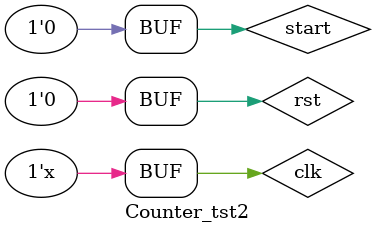
<source format=v>
`timescale 1ps / 1ps

module Counter_tst2();
    reg rst;
    reg clk;
    reg start;
    wire [8:0] showing;
    wire warning;
    parameter CLOCK_COUNT=5;  
    //parameter CLOCK_COUNT=50000000;  //50MHz->1Hz
    
    initial begin
        rst=0;
        clk=0;
        start=0;
        ////////initialize  
        #50 rst=1;
        #50 rst=0;
        #500 start=1;
        #50 start=0;
    end
    
    counter_60 c60(
        .rst(rst),   //ÖØÖÃÊ±ÖÓ
        .clk(clk),   //ÏµÍ³Ê±ÖÓ
        //input clk2,  //1sµÄÊ±ÖÓÖÜÆÚ
        .start(start),
        .showing(showing),
        .warning(warning) //¾¯±¨
        );
    
    always begin
        #1 clk<=~clk;
    end
    
endmodule

</source>
